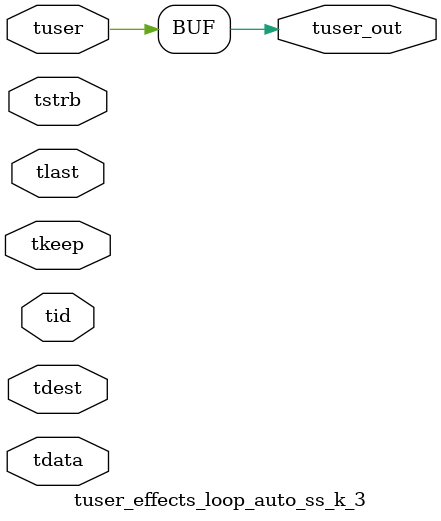
<source format=v>


`timescale 1ps/1ps

module tuser_effects_loop_auto_ss_k_3 #
(
parameter C_S_AXIS_TUSER_WIDTH = 1,
parameter C_S_AXIS_TDATA_WIDTH = 32,
parameter C_S_AXIS_TID_WIDTH   = 0,
parameter C_S_AXIS_TDEST_WIDTH = 0,
parameter C_M_AXIS_TUSER_WIDTH = 1
)
(
input  [(C_S_AXIS_TUSER_WIDTH == 0 ? 1 : C_S_AXIS_TUSER_WIDTH)-1:0     ] tuser,
input  [(C_S_AXIS_TDATA_WIDTH == 0 ? 1 : C_S_AXIS_TDATA_WIDTH)-1:0     ] tdata,
input  [(C_S_AXIS_TID_WIDTH   == 0 ? 1 : C_S_AXIS_TID_WIDTH)-1:0       ] tid,
input  [(C_S_AXIS_TDEST_WIDTH == 0 ? 1 : C_S_AXIS_TDEST_WIDTH)-1:0     ] tdest,
input  [(C_S_AXIS_TDATA_WIDTH/8)-1:0 ] tkeep,
input  [(C_S_AXIS_TDATA_WIDTH/8)-1:0 ] tstrb,
input                                                                    tlast,
output [C_M_AXIS_TUSER_WIDTH-1:0] tuser_out
);

assign tuser_out = {tuser[15:0]};

endmodule


</source>
